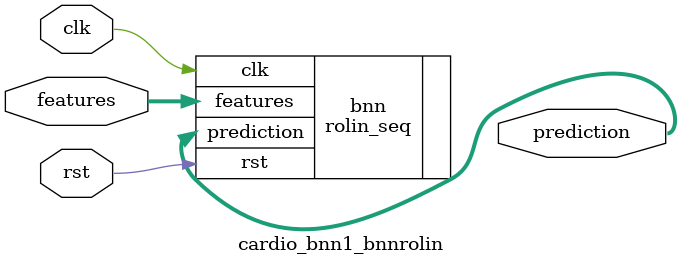
<source format=v>













module cardio_bnn1_bnnrolin #(

parameter FEAT_CNT = 19,
parameter HIDDEN_CNT = 40,
parameter FEAT_BITS = 4,
parameter CLASS_CNT = 3,
parameter TEST_CNT = 1000


  ) (
  input clk,
  input rst,
  input [FEAT_CNT*FEAT_BITS-1:0] features,
  output [$clog2(CLASS_CNT)-1:0] prediction
  );

  localparam Weights0 = 760'b0000011011111100100011101010010000101011000001110111011001000001001000110000111101101000110100100011001000110001010010010100000010100011010111011011101110101010101110011100110100000011000000001011000010110101111110000101100111100000111010111101011100000011110111010000010010010110100011110010111010100010011000001100011000110011100010000001000111001010111001010110100000001000000110000111000100001010011111100000111010111000011011010101001110100100001011101110010000010010101000111101011000101100000000011011101000010000000110011110101001111111001000110000000101001000011000101001101010101011101101011010101100110010001111011001000101101100110001101001000010001110101101101101101110101100101111000110001001010100100101000101011100100101010100111101000110101011 ;
  localparam Weights1 = 120'b101010000001111100000011001000100011100111001011000110110011011101101001101001110100101100111001001101110110000110110011 ;

  rolin_seq #(.FEAT_CNT(FEAT_CNT),.FEAT_BITS(FEAT_BITS),.HIDDEN_CNT(HIDDEN_CNT),.CLASS_CNT(CLASS_CNT),.Weights0(Weights0),.Weights1(Weights1)) bnn (
    .clk(clk),
    .rst(rst),
    .features(features),
    .prediction(prediction)
  );

endmodule

</source>
